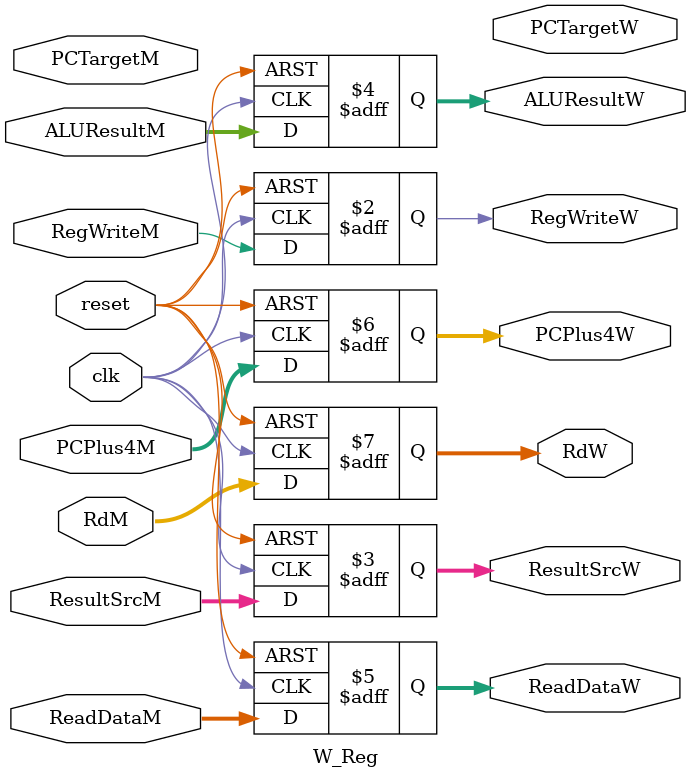
<source format=sv>
`timescale 1ns/1ps

module W_Reg (clk, reset, RegWriteM, ResultSrcM, RegWriteW, ResultSrcW, ALUResultM, 
              ReadDataM, RdM, PCPlus4M, ALUResultW, ReadDataW, RdW, PCPlus4W, PCTargetM, PCTargetW);
    input logic clk, reset;
    input logic RegWriteM;
    input logic [1:0] ResultSrcM;
    input logic [31:0] ALUResultM, ReadDataM, PCPlus4M, PCTargetM;
    input logic [4:0] RdM;

    output logic RegWriteW;
    output logic [1:0] ResultSrcW;
    output logic [31:0] ALUResultW, ReadDataW, PCPlus4W, PCTargetW;
    output logic [4:0] RdW;

    always_ff @(posedge clk or posedge reset) begin
        if (reset) begin
            RegWriteW <= 0;
            ResultSrcW <= 0;
            ALUResultW <= 0;
            ReadDataW <= 0;
            RdW <= 0;
            PCPlus4W <= 0;
        end else begin
            RegWriteW <= RegWriteM;
            ResultSrcW <= ResultSrcM;
            ALUResultW <= ALUResultM;
            ReadDataW <= ReadDataM;
            RdW <= RdM;
            PCPlus4W <= PCPlus4M;
        end
    end
endmodule
</source>
